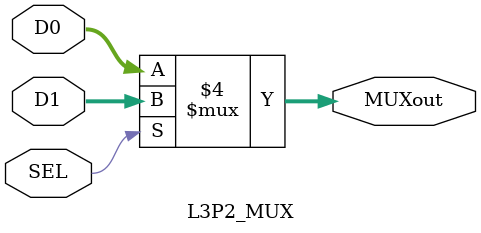
<source format=sv>
`timescale 1ns / 1ps


module L3P2_MUX(
    input logic [3:0] D0,
    input logic [3:0] D1,
    input logic SEL,
    output logic [3:0] MUXout
    );
    
    always_comb
    begin
        
    if(SEL == 0)
        MUXout = D0;
    else
        MUXout = D1;
    end
    
endmodule

</source>
